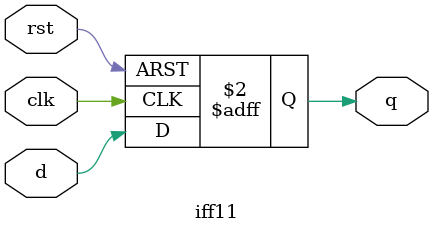
<source format=v>
module iff11(
input clk,rst,d,
output reg q);
always@(posedge clk or posedge rst)
begin
if(rst)
q<=1'b0;
else
q<=d;
end

endmodule

</source>
